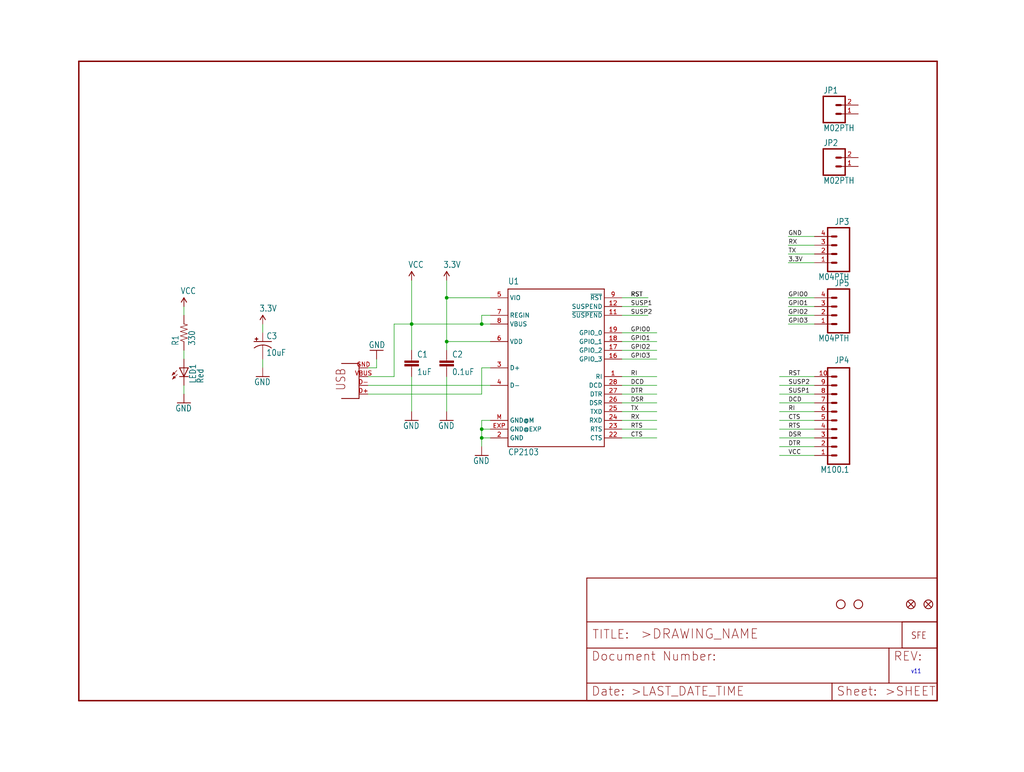
<source format=kicad_sch>
(kicad_sch (version 20211123) (generator eeschema)
  (paper "User" 297.002 223.926)
  (lib_symbols
    (symbol "schematicEagle-eagle-import:3.3V" (power)
      (property "Value" "3.3V" (at -1.016 3.556 0))
      (symbol "3.3V_1_0"
        (polyline (pts (xy 0 2.54) (xy -0.762 1.27)) (stroke (width 0.254)))
        (polyline (pts (xy 0.762 1.27) (xy 0 2.54)) (stroke (width 0.254)))
        (pin power_in line (at 0 0 90) (length 2.54) (name "3.3V") (number "1"))
      )
    )
    (symbol "schematicEagle-eagle-import:CAP0402"
      (property "Reference" "C" (at 1.524 2.921 0))
      (property "Value" "CAP0402" (at 1.524 -2.159 0))
      (symbol "CAP0402_1_0"
        (rectangle (start -2.032 0.508) (end 2.032 1.016) (fill (type outline)))
        (rectangle (start -2.032 1.524) (end 2.032 2.032) (fill (type outline)))
        (polyline (pts (xy 0 0) (xy 0 0.508)) (stroke (width 0.1524)))
        (polyline (pts (xy 0 2.54) (xy 0 2.032)) (stroke (width 0.1524)))
        (pin passive line (at 0 5.08 270) (length 2.54) (name "1") (number "1"))
        (pin passive line (at 0 -2.54 90) (length 2.54) (name "2") (number "2"))
      )
    )
    (symbol "schematicEagle-eagle-import:CAP_POL1206"
      (property "Reference" "C" (at 1.016 0.635 0))
      (property "Value" "CAP_POL1206" (at 1.016 -4.191 0))
      (symbol "CAP_POL1206_1_0"
        (rectangle (start -2.253 0.668) (end -1.364 0.795) (fill (type outline)))
        (rectangle (start -1.872 0.287) (end -1.745 1.176) (fill (type outline)))
        (arc (start 0 -1.0161) (mid -1.3021 -1.2302) (end -2.4669 -1.8504) (stroke (width 0.254)))
        (polyline (pts (xy -2.54 0) (xy 2.54 0)) (stroke (width 0.254)))
        (polyline (pts (xy 0 -1.016) (xy 0 -2.54)) (stroke (width 0.1524)))
        (arc (start 2.4892 -1.8542) (mid 1.3158 -1.2195) (end 0 -1) (stroke (width 0.254)))
        (pin passive line (at 0 2.54 270) (length 2.54) (name "+") (number "A"))
        (pin passive line (at 0 -5.08 90) (length 2.54) (name "-") (number "C"))
      )
    )
    (symbol "schematicEagle-eagle-import:CP2103_USB_UART"
      (property "Reference" "IC" (at -7.62 24.13 0))
      (property "Value" "CP2103_USB_UART" (at -7.62 -25.4 0))
      (symbol "CP2103_USB_UART_1_0"
        (polyline (pts (xy -7.62 -22.86) (xy -7.62 22.86)) (stroke (width 0.254)))
        (polyline (pts (xy -7.62 22.86) (xy 20.32 22.86)) (stroke (width 0.254)))
        (polyline (pts (xy 20.32 -22.86) (xy -7.62 -22.86)) (stroke (width 0.254)))
        (polyline (pts (xy 20.32 22.86) (xy 20.32 -22.86)) (stroke (width 0.254)))
        (pin input line (at 25.4 -2.54 180) (length 5.08) (name "RI") (number "1"))
        (pin output line (at 25.4 15.24 180) (length 5.08) (name "~{SUSPEND}") (number "11"))
        (pin output line (at 25.4 17.78 180) (length 5.08) (name "SUSPEND") (number "12"))
        (pin bidirectional line (at 25.4 2.54 180) (length 5.08) (name "GPIO_3") (number "16"))
        (pin bidirectional line (at 25.4 5.08 180) (length 5.08) (name "GPIO_2") (number "17"))
        (pin bidirectional line (at 25.4 7.62 180) (length 5.08) (name "GPIO_1") (number "18"))
        (pin bidirectional line (at 25.4 10.16 180) (length 5.08) (name "GPIO_0") (number "19"))
        (pin power_in line (at -12.7 -20.32 0) (length 5.08) (name "GND") (number "2"))
        (pin input line (at 25.4 -20.32 180) (length 5.08) (name "CTS") (number "22"))
        (pin output line (at 25.4 -17.78 180) (length 5.08) (name "RTS") (number "23"))
        (pin input line (at 25.4 -15.24 180) (length 5.08) (name "RXD") (number "24"))
        (pin output line (at 25.4 -12.7 180) (length 5.08) (name "TXD") (number "25"))
        (pin input line (at 25.4 -10.16 180) (length 5.08) (name "DSR") (number "26"))
        (pin output line (at 25.4 -7.62 180) (length 5.08) (name "DTR") (number "27"))
        (pin input line (at 25.4 -5.08 180) (length 5.08) (name "DCD") (number "28"))
        (pin bidirectional line (at -12.7 0 0) (length 5.08) (name "D+") (number "3"))
        (pin bidirectional line (at -12.7 -5.08 0) (length 5.08) (name "D-") (number "4"))
        (pin power_in line (at -12.7 20.32 0) (length 5.08) (name "VIO") (number "5"))
        (pin power_in line (at -12.7 7.62 0) (length 5.08) (name "VDD") (number "6"))
        (pin passive line (at -12.7 15.24 0) (length 5.08) (name "REGIN") (number "7"))
        (pin input line (at -12.7 12.7 0) (length 5.08) (name "VBUS") (number "8"))
        (pin bidirectional line (at 25.4 20.32 180) (length 5.08) (name "~{RST}") (number "9"))
        (pin power_in line (at -12.7 -17.78 0) (length 5.08) (name "GND@EXP") (number "EXP"))
        (pin power_in line (at -12.7 -15.24 0) (length 5.08) (name "GND@M") (number "M"))
      )
    )
    (symbol "schematicEagle-eagle-import:FIDUCIAL1X2"
      (symbol "FIDUCIAL1X2_1_0"
        (polyline (pts (xy -0.762 0.762) (xy 0.762 -0.762)) (stroke (width 0.254)))
        (polyline (pts (xy 0.762 0.762) (xy -0.762 -0.762)) (stroke (width 0.254)))
        (circle (center 0 0) (radius 1.27) (stroke (width 0.254)))
      )
    )
    (symbol "schematicEagle-eagle-import:FRAME-LETTER"
      (symbol "FRAME-LETTER_1_0"
        (polyline (pts (xy 0 0) (xy 248.92 0)) (stroke (width 0.4064)))
        (polyline (pts (xy 0 185.42) (xy 0 0)) (stroke (width 0.4064)))
        (polyline (pts (xy 0 185.42) (xy 248.92 185.42)) (stroke (width 0.4064)))
        (polyline (pts (xy 248.92 185.42) (xy 248.92 0)) (stroke (width 0.4064)))
      )
      (symbol "FRAME-LETTER_2_0"
        (polyline (pts (xy 0 0) (xy 0 5.08)) (stroke (width 0.254)))
        (polyline (pts (xy 0 0) (xy 71.12 0)) (stroke (width 0.254)))
        (polyline (pts (xy 0 5.08) (xy 0 15.24)) (stroke (width 0.254)))
        (polyline (pts (xy 0 5.08) (xy 71.12 5.08)) (stroke (width 0.254)))
        (polyline (pts (xy 0 15.24) (xy 0 22.86)) (stroke (width 0.254)))
        (polyline (pts (xy 0 22.86) (xy 0 35.56)) (stroke (width 0.254)))
        (polyline (pts (xy 0 22.86) (xy 101.6 22.86)) (stroke (width 0.254)))
        (polyline (pts (xy 71.12 0) (xy 101.6 0)) (stroke (width 0.254)))
        (polyline (pts (xy 71.12 5.08) (xy 71.12 0)) (stroke (width 0.254)))
        (polyline (pts (xy 71.12 5.08) (xy 87.63 5.08)) (stroke (width 0.254)))
        (polyline (pts (xy 87.63 5.08) (xy 101.6 5.08)) (stroke (width 0.254)))
        (polyline (pts (xy 87.63 15.24) (xy 0 15.24)) (stroke (width 0.254)))
        (polyline (pts (xy 87.63 15.24) (xy 87.63 5.08)) (stroke (width 0.254)))
        (polyline (pts (xy 101.6 5.08) (xy 101.6 0)) (stroke (width 0.254)))
        (polyline (pts (xy 101.6 15.24) (xy 87.63 15.24)) (stroke (width 0.254)))
        (polyline (pts (xy 101.6 15.24) (xy 101.6 5.08)) (stroke (width 0.254)))
        (polyline (pts (xy 101.6 22.86) (xy 101.6 15.24)) (stroke (width 0.254)))
        (polyline (pts (xy 101.6 35.56) (xy 0 35.56)) (stroke (width 0.254)))
        (polyline (pts (xy 101.6 35.56) (xy 101.6 22.86)) (stroke (width 0.254)))
        (text ">DRAWING_NAME" (at 15.494 17.78 0) (effects (font (size 2.7432 2.7432)) (justify left bottom)))
        (text ">LAST_DATE_TIME" (at 12.7 1.27 0) (effects (font (size 2.54 2.54)) (justify left bottom)))
        (text ">SHEET" (at 86.36 1.27 0) (effects (font (size 2.54 2.54)) (justify left bottom)))
        (text "Date:" (at 1.27 1.27 0) (effects (font (size 2.54 2.54)) (justify left bottom)))
        (text "Document Number:" (at 1.27 11.43 0) (effects (font (size 2.54 2.54)) (justify left bottom)))
        (text "REV:" (at 88.9 11.43 0) (effects (font (size 2.54 2.54)) (justify left bottom)))
        (text "Sheet:" (at 72.39 1.27 0) (effects (font (size 2.54 2.54)) (justify left bottom)))
        (text "TITLE:" (at 1.524 17.78 0) (effects (font (size 2.54 2.54)) (justify left bottom)))
      )
    )
    (symbol "schematicEagle-eagle-import:GND" (power)
      (property "Value" "GND" (at -2.54 -2.54 0))
      (symbol "GND_1_0"
        (polyline (pts (xy -1.905 0) (xy 1.905 0)) (stroke (width 0.254)))
        (pin power_in line (at 0 2.54 270) (length 2.54) (name "GND") (number "1"))
      )
    )
    (symbol "schematicEagle-eagle-import:LED1206"
      (property "Reference" "LED" (at 3.556 -4.572 90))
      (property "Value" "LED1206" (at 5.715 -4.572 90))
      (symbol "LED1206_1_0"
        (polyline (pts (xy -2.032 -0.762) (xy -3.429 -2.159)) (stroke (width 0.1524)))
        (polyline (pts (xy -1.905 -1.905) (xy -3.302 -3.302)) (stroke (width 0.1524)))
        (polyline (pts (xy 0 -2.54) (xy -1.27 -2.54)) (stroke (width 0.254)))
        (polyline (pts (xy 0 -2.54) (xy -1.27 0)) (stroke (width 0.254)))
        (polyline (pts (xy 0 0) (xy -1.27 0)) (stroke (width 0.254)))
        (polyline (pts (xy 0 0) (xy 0 -2.54)) (stroke (width 0.1524)))
        (polyline (pts (xy 1.27 -2.54) (xy 0 -2.54)) (stroke (width 0.254)))
        (polyline (pts (xy 1.27 0) (xy 0 -2.54)) (stroke (width 0.254)))
        (polyline (pts (xy 1.27 0) (xy 0 0)) (stroke (width 0.254)))
        (polyline (pts (xy -3.429 -2.159) (xy -3.048 -1.27) (xy -2.54 -1.778)) (fill (type outline)))
        (polyline (pts (xy -3.302 -3.302) (xy -2.921 -2.413) (xy -2.413 -2.921)) (fill (type outline)))
        (pin passive line (at 0 2.54 270) (length 2.54) (name "A") (number "A"))
        (pin passive line (at 0 -5.08 90) (length 2.54) (name "C") (number "C"))
      )
    )
    (symbol "schematicEagle-eagle-import:LOGO-SFENEW"
      (symbol "LOGO-SFENEW_1_0"
        (polyline (pts (xy -2.54 -2.54) (xy 7.62 -2.54)) (stroke (width 0.254)))
        (polyline (pts (xy -2.54 5.08) (xy -2.54 -2.54)) (stroke (width 0.254)))
        (polyline (pts (xy 7.62 -2.54) (xy 7.62 5.08)) (stroke (width 0.254)))
        (polyline (pts (xy 7.62 5.08) (xy -2.54 5.08)) (stroke (width 0.254)))
        (text "SFE" (at 0 0 0) (effects (font (size 1.9304 1.6408)) (justify left bottom)))
      )
    )
    (symbol "schematicEagle-eagle-import:M02PTH"
      (property "Reference" "JP" (at -2.54 5.842 0))
      (property "Value" "M02PTH" (at -2.54 -5.08 0))
      (symbol "M02PTH_1_0"
        (polyline (pts (xy -2.54 5.08) (xy -2.54 -2.54)) (stroke (width 0.4064)))
        (polyline (pts (xy -2.54 5.08) (xy 3.81 5.08)) (stroke (width 0.4064)))
        (polyline (pts (xy 1.27 0) (xy 2.54 0)) (stroke (width 0.6096)))
        (polyline (pts (xy 1.27 2.54) (xy 2.54 2.54)) (stroke (width 0.6096)))
        (polyline (pts (xy 3.81 -2.54) (xy -2.54 -2.54)) (stroke (width 0.4064)))
        (polyline (pts (xy 3.81 -2.54) (xy 3.81 5.08)) (stroke (width 0.4064)))
        (pin passive line (at 7.62 0 180) (length 5.08) (name "1") (number "1"))
        (pin passive line (at 7.62 2.54 180) (length 5.08) (name "2") (number "2"))
      )
    )
    (symbol "schematicEagle-eagle-import:M04PTH"
      (property "Reference" "JP" (at -5.08 8.382 0))
      (property "Value" "M04PTH" (at -5.08 -7.62 0))
      (symbol "M04PTH_1_0"
        (polyline (pts (xy -5.08 7.62) (xy -5.08 -5.08)) (stroke (width 0.4064)))
        (polyline (pts (xy -5.08 7.62) (xy 1.27 7.62)) (stroke (width 0.4064)))
        (polyline (pts (xy -1.27 -2.54) (xy 0 -2.54)) (stroke (width 0.6096)))
        (polyline (pts (xy -1.27 0) (xy 0 0)) (stroke (width 0.6096)))
        (polyline (pts (xy -1.27 2.54) (xy 0 2.54)) (stroke (width 0.6096)))
        (polyline (pts (xy -1.27 5.08) (xy 0 5.08)) (stroke (width 0.6096)))
        (polyline (pts (xy 1.27 -5.08) (xy -5.08 -5.08)) (stroke (width 0.4064)))
        (polyline (pts (xy 1.27 -5.08) (xy 1.27 7.62)) (stroke (width 0.4064)))
        (pin passive line (at 5.08 -2.54 180) (length 5.08) (name "1") (number "1"))
        (pin passive line (at 5.08 0 180) (length 5.08) (name "2") (number "2"))
        (pin passive line (at 5.08 2.54 180) (length 5.08) (name "3") (number "3"))
        (pin passive line (at 5.08 5.08 180) (length 5.08) (name "4") (number "4"))
      )
    )
    (symbol "schematicEagle-eagle-import:M100.1"
      (property "Reference" "JP" (at 0 8.89 0))
      (property "Value" "M100.1" (at 0 -22.86 0))
      (symbol "M100.1_1_0"
        (polyline (pts (xy 0 7.62) (xy 0 -20.32)) (stroke (width 0.4064)))
        (polyline (pts (xy 0 7.62) (xy 6.35 7.62)) (stroke (width 0.4064)))
        (polyline (pts (xy 3.81 -17.78) (xy 5.08 -17.78)) (stroke (width 0.6096)))
        (polyline (pts (xy 3.81 -15.24) (xy 5.08 -15.24)) (stroke (width 0.6096)))
        (polyline (pts (xy 3.81 -12.7) (xy 5.08 -12.7)) (stroke (width 0.6096)))
        (polyline (pts (xy 3.81 -10.16) (xy 5.08 -10.16)) (stroke (width 0.6096)))
        (polyline (pts (xy 3.81 -7.62) (xy 5.08 -7.62)) (stroke (width 0.6096)))
        (polyline (pts (xy 3.81 -5.08) (xy 5.08 -5.08)) (stroke (width 0.6096)))
        (polyline (pts (xy 3.81 -2.54) (xy 5.08 -2.54)) (stroke (width 0.6096)))
        (polyline (pts (xy 3.81 0) (xy 5.08 0)) (stroke (width 0.6096)))
        (polyline (pts (xy 3.81 2.54) (xy 5.08 2.54)) (stroke (width 0.6096)))
        (polyline (pts (xy 3.81 5.08) (xy 5.08 5.08)) (stroke (width 0.6096)))
        (polyline (pts (xy 6.35 -20.32) (xy 0 -20.32)) (stroke (width 0.4064)))
        (polyline (pts (xy 6.35 -20.32) (xy 6.35 7.62)) (stroke (width 0.4064)))
        (pin passive line (at 10.16 -17.78 180) (length 5.08) (name "1") (number "1"))
        (pin passive line (at 10.16 5.08 180) (length 5.08) (name "10") (number "10"))
        (pin passive line (at 10.16 -15.24 180) (length 5.08) (name "2") (number "2"))
        (pin passive line (at 10.16 -12.7 180) (length 5.08) (name "3") (number "3"))
        (pin passive line (at 10.16 -10.16 180) (length 5.08) (name "4") (number "4"))
        (pin passive line (at 10.16 -7.62 180) (length 5.08) (name "5") (number "5"))
        (pin passive line (at 10.16 -5.08 180) (length 5.08) (name "6") (number "6"))
        (pin passive line (at 10.16 -2.54 180) (length 5.08) (name "7") (number "7"))
        (pin passive line (at 10.16 0 180) (length 5.08) (name "8") (number "8"))
        (pin passive line (at 10.16 2.54 180) (length 5.08) (name "9") (number "9"))
      )
    )
    (symbol "schematicEagle-eagle-import:RESISTOR0402"
      (property "Reference" "R" (at -3.81 1.4986 0))
      (property "Value" "RESISTOR0402" (at -3.81 -3.302 0))
      (symbol "RESISTOR0402_1_0"
        (polyline (pts (xy -2.54 0) (xy -2.159 1.016)) (stroke (width 0.1524)))
        (polyline (pts (xy -2.159 1.016) (xy -1.524 -1.016)) (stroke (width 0.1524)))
        (polyline (pts (xy -1.524 -1.016) (xy -0.889 1.016)) (stroke (width 0.1524)))
        (polyline (pts (xy -0.889 1.016) (xy -0.254 -1.016)) (stroke (width 0.1524)))
        (polyline (pts (xy -0.254 -1.016) (xy 0.381 1.016)) (stroke (width 0.1524)))
        (polyline (pts (xy 0.381 1.016) (xy 1.016 -1.016)) (stroke (width 0.1524)))
        (polyline (pts (xy 1.016 -1.016) (xy 1.651 1.016)) (stroke (width 0.1524)))
        (polyline (pts (xy 1.651 1.016) (xy 2.286 -1.016)) (stroke (width 0.1524)))
        (polyline (pts (xy 2.286 -1.016) (xy 2.54 0)) (stroke (width 0.1524)))
        (pin passive line (at -5.08 0 0) (length 2.54) (name "1") (number "1"))
        (pin passive line (at 5.08 0 180) (length 2.54) (name "2") (number "2"))
      )
    )
    (symbol "schematicEagle-eagle-import:STAND-OFF"
      (symbol "STAND-OFF_1_0"
        (circle (center 0 0) (radius 1.27) (stroke (width 0.254)))
      )
    )
    (symbol "schematicEagle-eagle-import:USBPTH"
      (symbol "USBPTH_1_0"
        (polyline (pts (xy 0 -1.27) (xy 5.08 -1.27)) (stroke (width 0.254)))
        (polyline (pts (xy 0 8.89) (xy 0 -1.27)) (stroke (width 0.254)))
        (polyline (pts (xy 5.08 8.89) (xy 0 8.89)) (stroke (width 0.254)))
        (text "USB" (at 3.81 0 900) (effects (font (size 2.54 2.159)) (justify left bottom)))
        (pin bidirectional line (at -2.54 7.62 0) (length 2.54) (name "D+") (number "D+"))
        (pin bidirectional line (at -2.54 5.08 0) (length 2.54) (name "D-") (number "D-"))
        (pin bidirectional line (at -2.54 0 0) (length 2.54) (name "GND") (number "GND"))
        (pin bidirectional line (at -2.54 2.54 0) (length 2.54) (name "VBUS") (number "VBUS"))
      )
    )
    (symbol "schematicEagle-eagle-import:VCC" (power)
      (property "Value" "VCC" (at -1.016 3.556 0))
      (symbol "VCC_1_0"
        (polyline (pts (xy 0 2.54) (xy -0.762 1.27)) (stroke (width 0.254)))
        (polyline (pts (xy 0.762 1.27) (xy 0 2.54)) (stroke (width 0.254)))
        (pin power_in line (at 0 0 90) (length 2.54) (name "VCC") (number "1"))
      )
    )
  )
  (junction (at 129.54 99.06))
  (junction (at 139.7 93.98))
  (junction (at 119.38 93.98))
  (junction (at 139.7 124.46))
  (junction (at 129.54 86.36))
  (junction (at 139.7 127))
  (wire (pts (xy 236.22 119.38) (xy 226.06 119.38)))
  (wire (pts (xy 236.22 93.98) (xy 228.6 93.98)))
  (wire (pts (xy 180.34 111.76) (xy 190.5 111.76)))
  (wire (pts (xy 119.38 93.98) (xy 139.7 93.98)))
  (wire (pts (xy 129.54 86.36) (xy 129.54 81.28)))
  (wire (pts (xy 109.22 106.68) (xy 106.68 106.68)))
  (wire (pts (xy 106.68 109.22) (xy 114.3 109.22)))
  (wire (pts (xy 236.22 124.46) (xy 226.06 124.46)))
  (wire (pts (xy 236.22 132.08) (xy 226.06 132.08)))
  (wire (pts (xy 139.7 106.68) (xy 142.24 106.68)))
  (wire (pts (xy 180.34 96.52) (xy 190.5 96.52)))
  (wire (pts (xy 236.22 88.9) (xy 228.6 88.9)))
  (wire (pts (xy 119.38 119.38) (xy 119.38 109.22)))
  (wire (pts (xy 142.24 99.06) (xy 129.54 99.06)))
  (wire (pts (xy 180.34 88.9) (xy 187.96 88.9)))
  (wire (pts (xy 180.34 101.6) (xy 190.5 101.6)))
  (wire (pts (xy 114.3 109.22) (xy 114.3 93.98)))
  (wire (pts (xy 236.22 114.3) (xy 226.06 114.3)))
  (wire (pts (xy 139.7 121.92) (xy 142.24 121.92)))
  (wire (pts (xy 236.22 91.44) (xy 228.6 91.44)))
  (wire (pts (xy 180.34 124.46) (xy 190.5 124.46)))
  (wire (pts (xy 139.7 124.46) (xy 139.7 127)))
  (wire (pts (xy 180.34 104.14) (xy 190.5 104.14)))
  (wire (pts (xy 180.34 121.92) (xy 190.5 121.92)))
  (wire (pts (xy 129.54 101.6) (xy 129.54 99.06)))
  (wire (pts (xy 53.34 88.9) (xy 53.34 91.44)))
  (wire (pts (xy 180.34 116.84) (xy 190.5 116.84)))
  (wire (pts (xy 236.22 116.84) (xy 226.06 116.84)))
  (wire (pts (xy 180.34 114.3) (xy 190.5 114.3)))
  (wire (pts (xy 236.22 76.2) (xy 228.6 76.2)))
  (wire (pts (xy 76.2 93.98) (xy 76.2 96.52)))
  (wire (pts (xy 139.7 91.44) (xy 139.7 93.98)))
  (wire (pts (xy 119.38 101.6) (xy 119.38 93.98)))
  (wire (pts (xy 139.7 93.98) (xy 142.24 93.98)))
  (wire (pts (xy 236.22 86.36) (xy 228.6 86.36)))
  (wire (pts (xy 129.54 99.06) (xy 129.54 86.36)))
  (wire (pts (xy 139.7 127) (xy 139.7 129.54)))
  (wire (pts (xy 236.22 109.22) (xy 226.06 109.22)))
  (wire (pts (xy 139.7 106.68) (xy 139.7 114.3)))
  (wire (pts (xy 53.34 104.14) (xy 53.34 101.6)))
  (wire (pts (xy 236.22 71.12) (xy 228.6 71.12)))
  (wire (pts (xy 236.22 111.76) (xy 226.06 111.76)))
  (wire (pts (xy 139.7 124.46) (xy 142.24 124.46)))
  (wire (pts (xy 180.34 127) (xy 190.5 127)))
  (wire (pts (xy 236.22 68.58) (xy 228.6 68.58)))
  (wire (pts (xy 53.34 114.3) (xy 53.34 111.76)))
  (wire (pts (xy 236.22 121.92) (xy 226.06 121.92)))
  (wire (pts (xy 180.34 91.44) (xy 187.96 91.44)))
  (wire (pts (xy 180.34 119.38) (xy 190.5 119.38)))
  (wire (pts (xy 139.7 91.44) (xy 142.24 91.44)))
  (wire (pts (xy 129.54 109.22) (xy 129.54 119.38)))
  (wire (pts (xy 236.22 127) (xy 226.06 127)))
  (wire (pts (xy 119.38 81.28) (xy 119.38 93.98)))
  (wire (pts (xy 139.7 127) (xy 142.24 127)))
  (wire (pts (xy 142.24 86.36) (xy 129.54 86.36)))
  (wire (pts (xy 180.34 99.06) (xy 190.5 99.06)))
  (wire (pts (xy 106.68 111.76) (xy 142.24 111.76)))
  (wire (pts (xy 236.22 73.66) (xy 228.6 73.66)))
  (wire (pts (xy 139.7 121.92) (xy 139.7 124.46)))
  (wire (pts (xy 114.3 93.98) (xy 119.38 93.98)))
  (wire (pts (xy 236.22 129.54) (xy 226.06 129.54)))
  (wire (pts (xy 180.34 109.22) (xy 190.5 109.22)))
  (wire (pts (xy 76.2 106.68) (xy 76.2 104.14)))
  (wire (pts (xy 139.7 114.3) (xy 106.68 114.3)))
  (wire (pts (xy 109.22 104.14) (xy 109.22 106.68)))
  (wire (pts (xy 180.34 86.36) (xy 187.96 86.36)))
  (text "v11" (at 264.16 195.58 180) (effects (font (size 1.27 1.0795)) (justify left bottom)))
  (label "RI" (at 182.88 109.22 0) (effects (font (size 1.2446 1.2446))))
  (label "GPIO0" (at 182.88 96.52 0) (effects (font (size 1.2446 1.2446))))
  (label "DCD" (at 228.6 116.84 0) (effects (font (size 1.2446 1.2446))))
  (label "RST" (at 182.88 86.36 0) (effects (font (size 1.2446 1.2446))))
  (label "RTS" (at 182.88 124.46 0) (effects (font (size 1.2446 1.2446))))
  (label "DTR" (at 228.6 129.54 0) (effects (font (size 1.2446 1.2446))))
  (label "TX" (at 182.88 119.38 0) (effects (font (size 1.2446 1.2446))))
  (label "RST" (at 182.88 86.36 0) (effects (font (size 1.2446 1.2446))))
  (label "GPIO2" (at 182.88 101.6 0) (effects (font (size 1.2446 1.2446))))
  (label "SUSP1" (at 228.6 114.3 0) (effects (font (size 1.2446 1.2446))))
  (label "TX" (at 228.6 73.66 0) (effects (font (size 1.2446 1.2446))))
  (label "GND" (at 228.6 68.58 0) (effects (font (size 1.2446 1.2446))))
  (label "GPIO1" (at 228.6 88.9 0) (effects (font (size 1.2446 1.2446))))
  (label "CTS" (at 228.6 121.92 0) (effects (font (size 1.2446 1.2446))))
  (label "GPIO3" (at 228.6 93.98 0) (effects (font (size 1.2446 1.2446))))
  (label "3.3V" (at 228.6 76.2 0) (effects (font (size 1.2446 1.2446))))
  (label "SUSP2" (at 228.6 111.76 0) (effects (font (size 1.2446 1.2446))))
  (label "RST" (at 228.6 109.22 0) (effects (font (size 1.2446 1.2446))))
  (label "SUSP2" (at 182.88 91.44 0) (effects (font (size 1.2446 1.2446))))
  (label "VCC" (at 228.6 132.08 0) (effects (font (size 1.2446 1.2446))))
  (label "RX" (at 228.6 71.12 0) (effects (font (size 1.2446 1.2446))))
  (label "RTS" (at 228.6 124.46 0) (effects (font (size 1.2446 1.2446))))
  (label "DTR" (at 182.88 114.3 0) (effects (font (size 1.2446 1.2446))))
  (label "CTS" (at 182.88 127 0) (effects (font (size 1.2446 1.2446))))
  (label "RI" (at 228.6 119.38 0) (effects (font (size 1.2446 1.2446))))
  (label "DSR" (at 228.6 127 0) (effects (font (size 1.2446 1.2446))))
  (label "GPIO3" (at 182.88 104.14 0) (effects (font (size 1.2446 1.2446))))
  (label "GPIO1" (at 182.88 99.06 0) (effects (font (size 1.2446 1.2446))))
  (label "GPIO2" (at 228.6 91.44 0) (effects (font (size 1.2446 1.2446))))
  (label "DSR" (at 182.88 116.84 0) (effects (font (size 1.2446 1.2446))))
  (label "GPIO0" (at 228.6 86.36 0) (effects (font (size 1.2446 1.2446))))
  (label "SUSP1" (at 182.88 88.9 0) (effects (font (size 1.2446 1.2446))))
  (label "RX" (at 182.88 121.92 0) (effects (font (size 1.2446 1.2446))))
  (label "DCD" (at 182.88 111.76 0) (effects (font (size 1.2446 1.2446))))
  (symbol (lib_id "schematicEagle-eagle-import:M02PTH") (at 241.3 33.02 0) (unit 1)
    (property "Reference" "JP1" (at 238.76 27.178 0) (effects (font (size 1.778 1.5113)) (justify left bottom)))
    (property "Value" "M02PTH" (at 238.76 38.1 0) (effects (font (size 1.778 1.5113)) (justify left bottom)))
    (property "Footprint" "schematicEagle:1X02" (effects hide))
  )
  (symbol (lib_id "schematicEagle-eagle-import:3.3V") (at 76.2 93.98 0) (unit 1)
    (property "Reference" "#P+1" (effects hide))
    (property "Value" "3.3V" (at 75.184 90.424 0) (effects (font (size 1.778 1.5113)) (justify left bottom)))
    (property "Footprint" "schematicEagle:" (effects hide))
  )
  (symbol (lib_id "schematicEagle-eagle-import:GND") (at 139.7 132.08 0) (unit 1)
    (property "Reference" "#GND1" (effects hide))
    (property "Value" "GND" (at 137.16 134.62 0) (effects (font (size 1.778 1.5113)) (justify left bottom)))
    (property "Footprint" "schematicEagle:" (effects hide))
  )
  (symbol (lib_id "schematicEagle-eagle-import:GND") (at 129.54 121.92 0) (unit 1)
    (property "Reference" "#GND5" (effects hide))
    (property "Value" "GND" (at 127 124.46 0) (effects (font (size 1.778 1.5113)) (justify left bottom)))
    (property "Footprint" "schematicEagle:" (effects hide))
  )
  (symbol (lib_id "schematicEagle-eagle-import:CAP0402") (at 119.38 106.68 0) (unit 1)
    (property "Reference" "C1" (at 120.904 103.759 0) (effects (font (size 1.778 1.5113)) (justify left bottom)))
    (property "Value" "1uF" (at 120.904 108.839 0) (effects (font (size 1.778 1.5113)) (justify left bottom)))
    (property "Footprint" "schematicEagle:C0402" (effects hide))
  )
  (symbol (lib_id "schematicEagle-eagle-import:FRAME-LETTER") (at 22.86 203.2 0) (unit 1)
    (property "Reference" "#FRAME1" (effects hide))
    (property "Value" "FRAME-LETTER" (effects hide))
    (property "Footprint" "schematicEagle:" (effects hide))
  )
  (symbol (lib_id "schematicEagle-eagle-import:FIDUCIAL1X2") (at 269.24 175.26 0) (unit 1)
    (property "Reference" "U$2" (effects hide))
    (property "Value" "FIDUCIAL1X2" (effects hide))
    (property "Footprint" "schematicEagle:FIDUCIAL-1X2" (effects hide))
  )
  (symbol (lib_id "schematicEagle-eagle-import:FIDUCIAL1X2") (at 264.16 175.26 0) (unit 1)
    (property "Reference" "U$3" (effects hide))
    (property "Value" "FIDUCIAL1X2" (effects hide))
    (property "Footprint" "schematicEagle:FIDUCIAL-1X2" (effects hide))
  )
  (symbol (lib_id "schematicEagle-eagle-import:FRAME-LETTER") (at 170.18 203.2 0) (unit 2)
    (property "Reference" "#FRAME1" (effects hide))
    (property "Value" "FRAME-LETTER" (effects hide))
    (property "Footprint" "schematicEagle:" (effects hide))
  )
  (symbol (lib_id "schematicEagle-eagle-import:LED1206") (at 53.34 106.68 0) (unit 1)
    (property "Reference" "LED1" (at 56.896 111.252 90) (effects (font (size 1.778 1.5113)) (justify left bottom)))
    (property "Value" "Red" (at 59.055 111.252 90) (effects (font (size 1.778 1.5113)) (justify left bottom)))
    (property "Footprint" "schematicEagle:LED-1206" (effects hide))
  )
  (symbol (lib_id "schematicEagle-eagle-import:M04PTH") (at 241.3 91.44 0) (mirror y) (unit 1)
    (property "Reference" "JP5" (at 246.38 83.058 0) (effects (font (size 1.778 1.5113)) (justify left bottom)))
    (property "Value" "M04PTH" (at 246.38 99.06 0) (effects (font (size 1.778 1.5113)) (justify left bottom)))
    (property "Footprint" "schematicEagle:1X04" (effects hide))
  )
  (symbol (lib_id "schematicEagle-eagle-import:RESISTOR0402") (at 53.34 96.52 90) (unit 1)
    (property "Reference" "R1" (at 51.8414 100.33 0) (effects (font (size 1.778 1.5113)) (justify left bottom)))
    (property "Value" "330" (at 56.642 100.33 0) (effects (font (size 1.778 1.5113)) (justify left bottom)))
    (property "Footprint" "schematicEagle:C0402" (effects hide))
  )
  (symbol (lib_id "schematicEagle-eagle-import:CP2103_USB_UART") (at 154.94 106.68 0) (unit 1)
    (property "Reference" "U1" (at 147.32 82.55 0) (effects (font (size 1.778 1.5113)) (justify left bottom)))
    (property "Value" "CP2103" (at 147.32 132.08 0) (effects (font (size 1.778 1.5113)) (justify left bottom)))
    (property "Footprint" "schematicEagle:MLP28" (effects hide))
  )
  (symbol (lib_id "schematicEagle-eagle-import:GND") (at 76.2 109.22 0) (unit 1)
    (property "Reference" "#GND3" (effects hide))
    (property "Value" "GND" (at 73.66 111.76 0) (effects (font (size 1.778 1.5113)) (justify left bottom)))
    (property "Footprint" "schematicEagle:" (effects hide))
  )
  (symbol (lib_id "schematicEagle-eagle-import:GND") (at 119.38 121.92 0) (unit 1)
    (property "Reference" "#GND6" (effects hide))
    (property "Value" "GND" (at 116.84 124.46 0) (effects (font (size 1.778 1.5113)) (justify left bottom)))
    (property "Footprint" "schematicEagle:" (effects hide))
  )
  (symbol (lib_id "schematicEagle-eagle-import:USBPTH") (at 104.14 106.68 180) (unit 1)
    (property "Reference" "X1" (effects hide))
    (property "Value" "USBPTH" (effects hide))
    (property "Footprint" "schematicEagle:USB-B-PTH" (effects hide))
  )
  (symbol (lib_id "schematicEagle-eagle-import:CAP0402") (at 129.54 106.68 0) (unit 1)
    (property "Reference" "C2" (at 131.064 103.759 0) (effects (font (size 1.778 1.5113)) (justify left bottom)))
    (property "Value" "0.1uF" (at 131.064 108.839 0) (effects (font (size 1.778 1.5113)) (justify left bottom)))
    (property "Footprint" "schematicEagle:C0402" (effects hide))
  )
  (symbol (lib_id "schematicEagle-eagle-import:3.3V") (at 129.54 81.28 0) (unit 1)
    (property "Reference" "#P+2" (effects hide))
    (property "Value" "3.3V" (at 128.524 77.724 0) (effects (font (size 1.778 1.5113)) (justify left bottom)))
    (property "Footprint" "schematicEagle:" (effects hide))
  )
  (symbol (lib_id "schematicEagle-eagle-import:VCC") (at 53.34 88.9 0) (unit 1)
    (property "Reference" "#P+3" (effects hide))
    (property "Value" "VCC" (at 52.324 85.344 0) (effects (font (size 1.778 1.5113)) (justify left bottom)))
    (property "Footprint" "schematicEagle:" (effects hide))
  )
  (symbol (lib_id "schematicEagle-eagle-import:VCC") (at 119.38 81.28 0) (unit 1)
    (property "Reference" "#P+5" (effects hide))
    (property "Value" "VCC" (at 118.364 77.724 0) (effects (font (size 1.778 1.5113)) (justify left bottom)))
    (property "Footprint" "schematicEagle:" (effects hide))
  )
  (symbol (lib_id "schematicEagle-eagle-import:LOGO-SFENEW") (at 264.16 185.42 0) (unit 1)
    (property "Reference" "U$1" (effects hide))
    (property "Value" "LOGO-SFENEW" (effects hide))
    (property "Footprint" "schematicEagle:SFE-NEW-WEBLOGO" (effects hide))
  )
  (symbol (lib_id "schematicEagle-eagle-import:GND") (at 109.22 101.6 180) (unit 1)
    (property "Reference" "#GND2" (effects hide))
    (property "Value" "GND" (at 111.76 99.06 0) (effects (font (size 1.778 1.5113)) (justify left bottom)))
    (property "Footprint" "schematicEagle:" (effects hide))
  )
  (symbol (lib_id "schematicEagle-eagle-import:M02PTH") (at 241.3 48.26 0) (unit 1)
    (property "Reference" "JP2" (at 238.76 42.418 0) (effects (font (size 1.778 1.5113)) (justify left bottom)))
    (property "Value" "M02PTH" (at 238.76 53.34 0) (effects (font (size 1.778 1.5113)) (justify left bottom)))
    (property "Footprint" "schematicEagle:1X02" (effects hide))
  )
  (symbol (lib_id "schematicEagle-eagle-import:STAND-OFF") (at 248.92 175.26 0) (unit 1)
    (property "Reference" "U$7" (effects hide))
    (property "Value" "STAND-OFF" (effects hide))
    (property "Footprint" "schematicEagle:STAND-OFF" (effects hide))
  )
  (symbol (lib_id "schematicEagle-eagle-import:GND") (at 53.34 116.84 0) (unit 1)
    (property "Reference" "#GND4" (effects hide))
    (property "Value" "GND" (at 50.8 119.38 0) (effects (font (size 1.778 1.5113)) (justify left bottom)))
    (property "Footprint" "schematicEagle:" (effects hide))
  )
  (symbol (lib_id "schematicEagle-eagle-import:M100.1") (at 246.38 114.3 0) (mirror y) (unit 1)
    (property "Reference" "JP4" (at 246.38 105.41 0) (effects (font (size 1.778 1.5113)) (justify left bottom)))
    (property "Value" "M100.1" (at 246.38 137.16 0) (effects (font (size 1.778 1.5113)) (justify left bottom)))
    (property "Footprint" "schematicEagle:1X10" (effects hide))
  )
  (symbol (lib_id "schematicEagle-eagle-import:CAP_POL1206") (at 76.2 99.06 0) (unit 1)
    (property "Reference" "C3" (at 77.216 98.425 0) (effects (font (size 1.778 1.5113)) (justify left bottom)))
    (property "Value" "10uF" (at 77.216 103.251 0) (effects (font (size 1.778 1.5113)) (justify left bottom)))
    (property "Footprint" "schematicEagle:EIA3216" (effects hide))
  )
  (symbol (lib_id "schematicEagle-eagle-import:M04PTH") (at 241.3 73.66 0) (mirror y) (unit 1)
    (property "Reference" "JP3" (at 246.38 65.278 0) (effects (font (size 1.778 1.5113)) (justify left bottom)))
    (property "Value" "M04PTH" (at 246.38 81.28 0) (effects (font (size 1.778 1.5113)) (justify left bottom)))
    (property "Footprint" "schematicEagle:1X04" (effects hide))
  )
  (symbol (lib_id "schematicEagle-eagle-import:STAND-OFF") (at 243.84 175.26 0) (unit 1)
    (property "Reference" "U$6" (effects hide))
    (property "Value" "STAND-OFF" (effects hide))
    (property "Footprint" "schematicEagle:STAND-OFF" (effects hide))
  )
)
</source>
